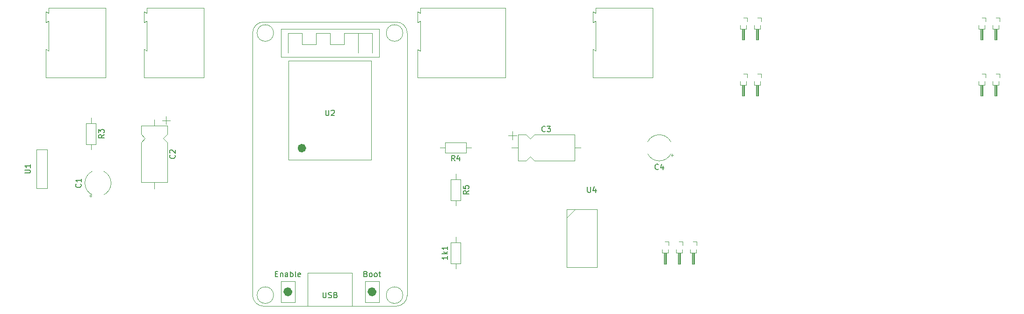
<source format=gbr>
%TF.GenerationSoftware,KiCad,Pcbnew,(5.1.9)-1*%
%TF.CreationDate,2021-04-28T21:34:56-07:00*%
%TF.ProjectId,Senior Project,53656e69-6f72-4205-9072-6f6a6563742e,rev?*%
%TF.SameCoordinates,Original*%
%TF.FileFunction,Legend,Top*%
%TF.FilePolarity,Positive*%
%FSLAX46Y46*%
G04 Gerber Fmt 4.6, Leading zero omitted, Abs format (unit mm)*
G04 Created by KiCad (PCBNEW (5.1.9)-1) date 2021-04-28 21:34:56*
%MOMM*%
%LPD*%
G01*
G04 APERTURE LIST*
%ADD10C,0.120000*%
%ADD11C,0.800000*%
%ADD12C,1.000000*%
%ADD13C,0.150000*%
G04 APERTURE END LIST*
D10*
%TO.C,*%
X179440000Y-122535000D02*
X179440000Y-123160000D01*
X179440000Y-123160000D02*
X178320000Y-123160000D01*
X178320000Y-123160000D02*
X178320000Y-122535000D01*
X179090000Y-123160000D02*
X179090000Y-125160000D01*
X179090000Y-125160000D02*
X178670000Y-125160000D01*
X178670000Y-125160000D02*
X178670000Y-123160000D01*
X179030000Y-123160000D02*
X179030000Y-125160000D01*
X178910000Y-123160000D02*
X178910000Y-125160000D01*
X178790000Y-123160000D02*
X178790000Y-125160000D01*
X178880000Y-121165000D02*
X179565000Y-121165000D01*
X179565000Y-121165000D02*
X179565000Y-121850000D01*
%TO.C,1k1*%
X137510000Y-125110000D02*
X139350000Y-125110000D01*
X139350000Y-125110000D02*
X139350000Y-121270000D01*
X139350000Y-121270000D02*
X137510000Y-121270000D01*
X137510000Y-121270000D02*
X137510000Y-125110000D01*
X138430000Y-126060000D02*
X138430000Y-125110000D01*
X138430000Y-120320000D02*
X138430000Y-121270000D01*
%TO.C,C1*%
X72325000Y-113067288D02*
X72325000Y-112617288D01*
X72100000Y-112842288D02*
X72550000Y-112842288D01*
X72600000Y-108410260D02*
G75*
G03*
X72600000Y-112649741I1060000J-2119740D01*
G01*
X74720000Y-108410260D02*
G75*
G02*
X74720000Y-112649741I-1060000J-2119740D01*
G01*
%TO.C,C2*%
X86020000Y-98420000D02*
X86020000Y-99920000D01*
X86770000Y-99170000D02*
X85270000Y-99170000D01*
X86190000Y-100170000D02*
X81450000Y-100170000D01*
X86190000Y-110410000D02*
X81450000Y-110410000D01*
X86190000Y-100170000D02*
X86190000Y-101670000D01*
X86190000Y-101670000D02*
X85440000Y-102420000D01*
X85440000Y-102420000D02*
X86190000Y-103170000D01*
X86190000Y-103170000D02*
X86190000Y-110410000D01*
X81450000Y-100170000D02*
X81450000Y-101670000D01*
X81450000Y-101670000D02*
X82200000Y-102420000D01*
X82200000Y-102420000D02*
X81450000Y-103170000D01*
X81450000Y-103170000D02*
X81450000Y-110410000D01*
X83820000Y-99030000D02*
X83820000Y-100170000D01*
X83820000Y-111550000D02*
X83820000Y-110410000D01*
%TO.C,C3*%
X161080000Y-104140000D02*
X159940000Y-104140000D01*
X148560000Y-104140000D02*
X149700000Y-104140000D01*
X152700000Y-106510000D02*
X159940000Y-106510000D01*
X151950000Y-105760000D02*
X152700000Y-106510000D01*
X151200000Y-106510000D02*
X151950000Y-105760000D01*
X149700000Y-106510000D02*
X151200000Y-106510000D01*
X152700000Y-101770000D02*
X159940000Y-101770000D01*
X151950000Y-102520000D02*
X152700000Y-101770000D01*
X151200000Y-101770000D02*
X151950000Y-102520000D01*
X149700000Y-101770000D02*
X151200000Y-101770000D01*
X159940000Y-101770000D02*
X159940000Y-106510000D01*
X149700000Y-101770000D02*
X149700000Y-106510000D01*
X148700000Y-101190000D02*
X148700000Y-102690000D01*
X147950000Y-101940000D02*
X149450000Y-101940000D01*
%TO.C,C4*%
X177612288Y-105700000D02*
X177612288Y-105250000D01*
X177837288Y-105475000D02*
X177387288Y-105475000D01*
X173180260Y-103080000D02*
G75*
G02*
X177419741Y-103080000I2119740J-1060000D01*
G01*
X173180260Y-105200000D02*
G75*
G03*
X177419741Y-105200000I2119740J1060000D01*
G01*
%TO.C,*%
X191060000Y-92125000D02*
X191060000Y-92750000D01*
X191060000Y-92750000D02*
X189940000Y-92750000D01*
X189940000Y-92750000D02*
X189940000Y-92125000D01*
X190710000Y-92750000D02*
X190710000Y-94750000D01*
X190710000Y-94750000D02*
X190290000Y-94750000D01*
X190290000Y-94750000D02*
X190290000Y-92750000D01*
X190650000Y-92750000D02*
X190650000Y-94750000D01*
X190530000Y-92750000D02*
X190530000Y-94750000D01*
X190410000Y-92750000D02*
X190410000Y-94750000D01*
X190500000Y-90755000D02*
X191185000Y-90755000D01*
X191185000Y-90755000D02*
X191185000Y-91440000D01*
X75040000Y-91390000D02*
X75040000Y-78790000D01*
X75040000Y-78790000D02*
X64690000Y-78790000D01*
X64690000Y-78790000D02*
X64690000Y-79740000D01*
X64690000Y-79740000D02*
X64190000Y-79490000D01*
X64190000Y-79490000D02*
X64190000Y-81390000D01*
X64190000Y-81390000D02*
X64190000Y-81440000D01*
X64190000Y-81440000D02*
X64690000Y-81190000D01*
X64690000Y-81190000D02*
X64690000Y-86590000D01*
X64690000Y-86590000D02*
X64190000Y-86290000D01*
X64190000Y-86290000D02*
X64190000Y-91390000D01*
X64190000Y-91390000D02*
X75040000Y-91390000D01*
X147430000Y-91390000D02*
X147430000Y-78790000D01*
X147430000Y-78790000D02*
X132030000Y-78790000D01*
X132030000Y-78790000D02*
X132030000Y-79740000D01*
X132030000Y-79740000D02*
X131530000Y-79440000D01*
X131530000Y-79440000D02*
X131530000Y-81440000D01*
X131530000Y-81440000D02*
X132030000Y-81190000D01*
X132030000Y-81190000D02*
X132030000Y-86590000D01*
X132030000Y-86590000D02*
X131530000Y-86340000D01*
X131530000Y-86340000D02*
X131530000Y-91390000D01*
X131530000Y-91390000D02*
X147430000Y-91390000D01*
X174100000Y-91390000D02*
X174100000Y-78790000D01*
X174100000Y-78790000D02*
X163750000Y-78790000D01*
X163750000Y-78790000D02*
X163750000Y-79740000D01*
X163750000Y-79740000D02*
X163250000Y-79490000D01*
X163250000Y-79490000D02*
X163250000Y-81390000D01*
X163250000Y-81390000D02*
X163250000Y-81440000D01*
X163250000Y-81440000D02*
X163750000Y-81190000D01*
X163750000Y-81190000D02*
X163750000Y-86590000D01*
X163750000Y-86590000D02*
X163250000Y-86290000D01*
X163250000Y-86290000D02*
X163250000Y-91390000D01*
X163250000Y-91390000D02*
X174100000Y-91390000D01*
X92820000Y-91390000D02*
X92820000Y-78790000D01*
X92820000Y-78790000D02*
X82470000Y-78790000D01*
X82470000Y-78790000D02*
X82470000Y-79740000D01*
X82470000Y-79740000D02*
X81970000Y-79490000D01*
X81970000Y-79490000D02*
X81970000Y-81390000D01*
X81970000Y-81390000D02*
X81970000Y-81440000D01*
X81970000Y-81440000D02*
X82470000Y-81190000D01*
X82470000Y-81190000D02*
X82470000Y-86590000D01*
X82470000Y-86590000D02*
X81970000Y-86290000D01*
X81970000Y-86290000D02*
X81970000Y-91390000D01*
X81970000Y-91390000D02*
X92820000Y-91390000D01*
X234365000Y-80595000D02*
X234365000Y-81280000D01*
X233680000Y-80595000D02*
X234365000Y-80595000D01*
X233590000Y-82590000D02*
X233590000Y-84590000D01*
X233710000Y-82590000D02*
X233710000Y-84590000D01*
X233830000Y-82590000D02*
X233830000Y-84590000D01*
X233470000Y-84590000D02*
X233470000Y-82590000D01*
X233890000Y-84590000D02*
X233470000Y-84590000D01*
X233890000Y-82590000D02*
X233890000Y-84590000D01*
X233120000Y-82590000D02*
X233120000Y-81965000D01*
X234240000Y-82590000D02*
X233120000Y-82590000D01*
X234240000Y-81965000D02*
X234240000Y-82590000D01*
X193600000Y-81965000D02*
X193600000Y-82590000D01*
X193600000Y-82590000D02*
X192480000Y-82590000D01*
X192480000Y-82590000D02*
X192480000Y-81965000D01*
X193250000Y-82590000D02*
X193250000Y-84590000D01*
X193250000Y-84590000D02*
X192830000Y-84590000D01*
X192830000Y-84590000D02*
X192830000Y-82590000D01*
X193190000Y-82590000D02*
X193190000Y-84590000D01*
X193070000Y-82590000D02*
X193070000Y-84590000D01*
X192950000Y-82590000D02*
X192950000Y-84590000D01*
X193040000Y-80595000D02*
X193725000Y-80595000D01*
X193725000Y-80595000D02*
X193725000Y-81280000D01*
X181980000Y-122535000D02*
X181980000Y-123160000D01*
X181980000Y-123160000D02*
X180860000Y-123160000D01*
X180860000Y-123160000D02*
X180860000Y-122535000D01*
X181630000Y-123160000D02*
X181630000Y-125160000D01*
X181630000Y-125160000D02*
X181210000Y-125160000D01*
X181210000Y-125160000D02*
X181210000Y-123160000D01*
X181570000Y-123160000D02*
X181570000Y-125160000D01*
X181450000Y-123160000D02*
X181450000Y-125160000D01*
X181330000Y-123160000D02*
X181330000Y-125160000D01*
X181420000Y-121165000D02*
X182105000Y-121165000D01*
X182105000Y-121165000D02*
X182105000Y-121850000D01*
X177025000Y-121165000D02*
X177025000Y-121850000D01*
X176340000Y-121165000D02*
X177025000Y-121165000D01*
X176250000Y-123160000D02*
X176250000Y-125160000D01*
X176370000Y-123160000D02*
X176370000Y-125160000D01*
X176490000Y-123160000D02*
X176490000Y-125160000D01*
X176130000Y-125160000D02*
X176130000Y-123160000D01*
X176550000Y-125160000D02*
X176130000Y-125160000D01*
X176550000Y-123160000D02*
X176550000Y-125160000D01*
X175780000Y-123160000D02*
X175780000Y-122535000D01*
X176900000Y-123160000D02*
X175780000Y-123160000D01*
X176900000Y-122535000D02*
X176900000Y-123160000D01*
%TO.C,R3*%
X72390000Y-104470000D02*
X72390000Y-103520000D01*
X72390000Y-98730000D02*
X72390000Y-99680000D01*
X73310000Y-103520000D02*
X73310000Y-99680000D01*
X71470000Y-103520000D02*
X73310000Y-103520000D01*
X71470000Y-99680000D02*
X71470000Y-103520000D01*
X73310000Y-99680000D02*
X71470000Y-99680000D01*
%TO.C,R4*%
X140350000Y-105060000D02*
X140350000Y-103220000D01*
X140350000Y-103220000D02*
X136510000Y-103220000D01*
X136510000Y-103220000D02*
X136510000Y-105060000D01*
X136510000Y-105060000D02*
X140350000Y-105060000D01*
X141300000Y-104140000D02*
X140350000Y-104140000D01*
X135560000Y-104140000D02*
X136510000Y-104140000D01*
%TO.C,R5*%
X138430000Y-114630000D02*
X138430000Y-113680000D01*
X138430000Y-108890000D02*
X138430000Y-109840000D01*
X139350000Y-113680000D02*
X139350000Y-109840000D01*
X137510000Y-113680000D02*
X139350000Y-113680000D01*
X137510000Y-109840000D02*
X137510000Y-113680000D01*
X139350000Y-109840000D02*
X137510000Y-109840000D01*
%TO.C,U1*%
X63500000Y-111450000D02*
X64500000Y-111450000D01*
X64500000Y-111450000D02*
X64500000Y-104450000D01*
X64500000Y-104450000D02*
X62500000Y-104450000D01*
X62500000Y-104450000D02*
X62500000Y-111450000D01*
X62500000Y-111450000D02*
X63500000Y-111450000D01*
%TO.C,U2*%
X105460001Y-83340001D02*
G75*
G03*
X105460001Y-83340001I-1500000J0D01*
G01*
X128860001Y-83340001D02*
G75*
G03*
X128860001Y-83340001I-1500000J0D01*
G01*
X129660001Y-130840001D02*
X129660001Y-83340001D01*
X101660001Y-83340001D02*
X101660001Y-130840001D01*
X103660001Y-132840001D02*
X127660001Y-132840001D01*
X103660001Y-81340001D02*
X127660001Y-81340001D01*
X105460001Y-130840001D02*
G75*
G03*
X105460001Y-130840001I-1500000J0D01*
G01*
X128860001Y-130840001D02*
G75*
G03*
X128860001Y-130840001I-1500000J0D01*
G01*
X111660001Y-126840001D02*
X111660001Y-132840001D01*
X119660001Y-126840001D02*
X119660001Y-132840001D01*
X111660001Y-126840001D02*
X119660001Y-126840001D01*
X106770001Y-82610001D02*
X124550001Y-82610001D01*
X124550001Y-82610001D02*
X124550001Y-87690001D01*
X124550001Y-87690001D02*
X106770001Y-87690001D01*
X106770001Y-87690001D02*
X106770001Y-82610001D01*
X108040001Y-86928001D02*
X108040001Y-83372001D01*
X108040001Y-83372001D02*
X110580001Y-83372001D01*
X110580001Y-83372001D02*
X110580001Y-85404001D01*
X110580001Y-85404001D02*
X113120001Y-85404001D01*
X113120001Y-85404001D02*
X113120001Y-83372001D01*
X113120001Y-83372001D02*
X115660001Y-83372001D01*
X115660001Y-83372001D02*
X115660001Y-85404001D01*
X115660001Y-85404001D02*
X118200001Y-85404001D01*
X118200001Y-85404001D02*
X118200001Y-83372001D01*
X118200001Y-83372001D02*
X123280001Y-83372001D01*
X123280001Y-83372001D02*
X123280001Y-86928001D01*
X120740001Y-83372001D02*
X120740001Y-86928001D01*
X108160001Y-88340001D02*
X123160001Y-88340001D01*
X123160001Y-88340001D02*
X123160001Y-106340001D01*
X123160001Y-106340001D02*
X108160001Y-106340001D01*
X108160001Y-106340001D02*
X108160001Y-88340001D01*
D11*
X110980001Y-104200001D02*
G75*
G03*
X110980001Y-104200001I-400000J0D01*
G01*
D10*
X122010001Y-128330001D02*
X124550001Y-128330001D01*
X124550001Y-128330001D02*
X124550001Y-132140001D01*
X124550001Y-132140001D02*
X122010001Y-132140001D01*
X122010001Y-132140001D02*
X122010001Y-128330001D01*
X109310001Y-132140001D02*
X106770001Y-132140001D01*
X106770001Y-132140001D02*
X106770001Y-128330001D01*
X106770001Y-128330001D02*
X109310001Y-128330001D01*
X109310001Y-128330001D02*
X109310001Y-132140001D01*
D12*
X108340001Y-130235001D02*
G75*
G03*
X108340001Y-130235001I-300000J0D01*
G01*
X123580001Y-130235001D02*
G75*
G03*
X123580001Y-130235001I-300000J0D01*
G01*
D10*
X129660001Y-130840001D02*
G75*
G02*
X127660001Y-132840001I-2000000J0D01*
G01*
X103660001Y-132840001D02*
G75*
G02*
X101660001Y-130840001I0J2000000D01*
G01*
X101660001Y-83340001D02*
G75*
G02*
X103660001Y-81340001I2000000J0D01*
G01*
X127660001Y-81340001D02*
G75*
G02*
X129660001Y-83340001I0J-2000000D01*
G01*
%TO.C,U4*%
X158560000Y-115300000D02*
X158560000Y-125800000D01*
X158560000Y-125800000D02*
X164060000Y-125800000D01*
X164060000Y-125800000D02*
X164060000Y-115300000D01*
X164060000Y-115300000D02*
X158560000Y-115300000D01*
X158560000Y-116800000D02*
X160060000Y-115300000D01*
%TO.C,*%
X191060000Y-81965000D02*
X191060000Y-82590000D01*
X191060000Y-82590000D02*
X189940000Y-82590000D01*
X189940000Y-82590000D02*
X189940000Y-81965000D01*
X190710000Y-82590000D02*
X190710000Y-84590000D01*
X190710000Y-84590000D02*
X190290000Y-84590000D01*
X190290000Y-84590000D02*
X190290000Y-82590000D01*
X190650000Y-82590000D02*
X190650000Y-84590000D01*
X190530000Y-82590000D02*
X190530000Y-84590000D01*
X190410000Y-82590000D02*
X190410000Y-84590000D01*
X190500000Y-80595000D02*
X191185000Y-80595000D01*
X191185000Y-80595000D02*
X191185000Y-81280000D01*
X234365000Y-90755000D02*
X234365000Y-91440000D01*
X233680000Y-90755000D02*
X234365000Y-90755000D01*
X233590000Y-92750000D02*
X233590000Y-94750000D01*
X233710000Y-92750000D02*
X233710000Y-94750000D01*
X233830000Y-92750000D02*
X233830000Y-94750000D01*
X233470000Y-94750000D02*
X233470000Y-92750000D01*
X233890000Y-94750000D02*
X233470000Y-94750000D01*
X233890000Y-92750000D02*
X233890000Y-94750000D01*
X233120000Y-92750000D02*
X233120000Y-92125000D01*
X234240000Y-92750000D02*
X233120000Y-92750000D01*
X234240000Y-92125000D02*
X234240000Y-92750000D01*
X193600000Y-92125000D02*
X193600000Y-92750000D01*
X193600000Y-92750000D02*
X192480000Y-92750000D01*
X192480000Y-92750000D02*
X192480000Y-92125000D01*
X193250000Y-92750000D02*
X193250000Y-94750000D01*
X193250000Y-94750000D02*
X192830000Y-94750000D01*
X192830000Y-94750000D02*
X192830000Y-92750000D01*
X193190000Y-92750000D02*
X193190000Y-94750000D01*
X193070000Y-92750000D02*
X193070000Y-94750000D01*
X192950000Y-92750000D02*
X192950000Y-94750000D01*
X193040000Y-90755000D02*
X193725000Y-90755000D01*
X193725000Y-90755000D02*
X193725000Y-91440000D01*
X236905000Y-80595000D02*
X236905000Y-81280000D01*
X236220000Y-80595000D02*
X236905000Y-80595000D01*
X236130000Y-82590000D02*
X236130000Y-84590000D01*
X236250000Y-82590000D02*
X236250000Y-84590000D01*
X236370000Y-82590000D02*
X236370000Y-84590000D01*
X236010000Y-84590000D02*
X236010000Y-82590000D01*
X236430000Y-84590000D02*
X236010000Y-84590000D01*
X236430000Y-82590000D02*
X236430000Y-84590000D01*
X235660000Y-82590000D02*
X235660000Y-81965000D01*
X236780000Y-82590000D02*
X235660000Y-82590000D01*
X236780000Y-81965000D02*
X236780000Y-82590000D01*
X236780000Y-92125000D02*
X236780000Y-92750000D01*
X236780000Y-92750000D02*
X235660000Y-92750000D01*
X235660000Y-92750000D02*
X235660000Y-92125000D01*
X236430000Y-92750000D02*
X236430000Y-94750000D01*
X236430000Y-94750000D02*
X236010000Y-94750000D01*
X236010000Y-94750000D02*
X236010000Y-92750000D01*
X236370000Y-92750000D02*
X236370000Y-94750000D01*
X236250000Y-92750000D02*
X236250000Y-94750000D01*
X236130000Y-92750000D02*
X236130000Y-94750000D01*
X236220000Y-90755000D02*
X236905000Y-90755000D01*
X236905000Y-90755000D02*
X236905000Y-91440000D01*
D13*
%TO.C,1k1*%
X136962380Y-123785238D02*
X136962380Y-124356666D01*
X136962380Y-124070952D02*
X135962380Y-124070952D01*
X136105238Y-124166190D01*
X136200476Y-124261428D01*
X136248095Y-124356666D01*
X136962380Y-123356666D02*
X135962380Y-123356666D01*
X136581428Y-123261428D02*
X136962380Y-122975714D01*
X136295714Y-122975714D02*
X136676666Y-123356666D01*
X136962380Y-122023333D02*
X136962380Y-122594761D01*
X136962380Y-122309047D02*
X135962380Y-122309047D01*
X136105238Y-122404285D01*
X136200476Y-122499523D01*
X136248095Y-122594761D01*
%TO.C,C1*%
X70517142Y-110696666D02*
X70564761Y-110744285D01*
X70612380Y-110887142D01*
X70612380Y-110982380D01*
X70564761Y-111125238D01*
X70469523Y-111220476D01*
X70374285Y-111268095D01*
X70183809Y-111315714D01*
X70040952Y-111315714D01*
X69850476Y-111268095D01*
X69755238Y-111220476D01*
X69660000Y-111125238D01*
X69612380Y-110982380D01*
X69612380Y-110887142D01*
X69660000Y-110744285D01*
X69707619Y-110696666D01*
X70612380Y-109744285D02*
X70612380Y-110315714D01*
X70612380Y-110030000D02*
X69612380Y-110030000D01*
X69755238Y-110125238D01*
X69850476Y-110220476D01*
X69898095Y-110315714D01*
%TO.C,C2*%
X87547142Y-105456666D02*
X87594761Y-105504285D01*
X87642380Y-105647142D01*
X87642380Y-105742380D01*
X87594761Y-105885238D01*
X87499523Y-105980476D01*
X87404285Y-106028095D01*
X87213809Y-106075714D01*
X87070952Y-106075714D01*
X86880476Y-106028095D01*
X86785238Y-105980476D01*
X86690000Y-105885238D01*
X86642380Y-105742380D01*
X86642380Y-105647142D01*
X86690000Y-105504285D01*
X86737619Y-105456666D01*
X86737619Y-105075714D02*
X86690000Y-105028095D01*
X86642380Y-104932857D01*
X86642380Y-104694761D01*
X86690000Y-104599523D01*
X86737619Y-104551904D01*
X86832857Y-104504285D01*
X86928095Y-104504285D01*
X87070952Y-104551904D01*
X87642380Y-105123333D01*
X87642380Y-104504285D01*
%TO.C,C3*%
X154653333Y-101127142D02*
X154605714Y-101174761D01*
X154462857Y-101222380D01*
X154367619Y-101222380D01*
X154224761Y-101174761D01*
X154129523Y-101079523D01*
X154081904Y-100984285D01*
X154034285Y-100793809D01*
X154034285Y-100650952D01*
X154081904Y-100460476D01*
X154129523Y-100365238D01*
X154224761Y-100270000D01*
X154367619Y-100222380D01*
X154462857Y-100222380D01*
X154605714Y-100270000D01*
X154653333Y-100317619D01*
X154986666Y-100222380D02*
X155605714Y-100222380D01*
X155272380Y-100603333D01*
X155415238Y-100603333D01*
X155510476Y-100650952D01*
X155558095Y-100698571D01*
X155605714Y-100793809D01*
X155605714Y-101031904D01*
X155558095Y-101127142D01*
X155510476Y-101174761D01*
X155415238Y-101222380D01*
X155129523Y-101222380D01*
X155034285Y-101174761D01*
X154986666Y-101127142D01*
%TO.C,C4*%
X175133333Y-107997142D02*
X175085714Y-108044761D01*
X174942857Y-108092380D01*
X174847619Y-108092380D01*
X174704761Y-108044761D01*
X174609523Y-107949523D01*
X174561904Y-107854285D01*
X174514285Y-107663809D01*
X174514285Y-107520952D01*
X174561904Y-107330476D01*
X174609523Y-107235238D01*
X174704761Y-107140000D01*
X174847619Y-107092380D01*
X174942857Y-107092380D01*
X175085714Y-107140000D01*
X175133333Y-107187619D01*
X175990476Y-107425714D02*
X175990476Y-108092380D01*
X175752380Y-107044761D02*
X175514285Y-107759047D01*
X176133333Y-107759047D01*
%TO.C,*%
%TO.C,R3*%
X74762380Y-101766666D02*
X74286190Y-102100000D01*
X74762380Y-102338095D02*
X73762380Y-102338095D01*
X73762380Y-101957142D01*
X73810000Y-101861904D01*
X73857619Y-101814285D01*
X73952857Y-101766666D01*
X74095714Y-101766666D01*
X74190952Y-101814285D01*
X74238571Y-101861904D01*
X74286190Y-101957142D01*
X74286190Y-102338095D01*
X73762380Y-101433333D02*
X73762380Y-100814285D01*
X74143333Y-101147619D01*
X74143333Y-101004761D01*
X74190952Y-100909523D01*
X74238571Y-100861904D01*
X74333809Y-100814285D01*
X74571904Y-100814285D01*
X74667142Y-100861904D01*
X74714761Y-100909523D01*
X74762380Y-101004761D01*
X74762380Y-101290476D01*
X74714761Y-101385714D01*
X74667142Y-101433333D01*
%TO.C,R4*%
X138263333Y-106512380D02*
X137930000Y-106036190D01*
X137691904Y-106512380D02*
X137691904Y-105512380D01*
X138072857Y-105512380D01*
X138168095Y-105560000D01*
X138215714Y-105607619D01*
X138263333Y-105702857D01*
X138263333Y-105845714D01*
X138215714Y-105940952D01*
X138168095Y-105988571D01*
X138072857Y-106036190D01*
X137691904Y-106036190D01*
X139120476Y-105845714D02*
X139120476Y-106512380D01*
X138882380Y-105464761D02*
X138644285Y-106179047D01*
X139263333Y-106179047D01*
%TO.C,R5*%
X140802380Y-111926666D02*
X140326190Y-112260000D01*
X140802380Y-112498095D02*
X139802380Y-112498095D01*
X139802380Y-112117142D01*
X139850000Y-112021904D01*
X139897619Y-111974285D01*
X139992857Y-111926666D01*
X140135714Y-111926666D01*
X140230952Y-111974285D01*
X140278571Y-112021904D01*
X140326190Y-112117142D01*
X140326190Y-112498095D01*
X139802380Y-111021904D02*
X139802380Y-111498095D01*
X140278571Y-111545714D01*
X140230952Y-111498095D01*
X140183333Y-111402857D01*
X140183333Y-111164761D01*
X140230952Y-111069523D01*
X140278571Y-111021904D01*
X140373809Y-110974285D01*
X140611904Y-110974285D01*
X140707142Y-111021904D01*
X140754761Y-111069523D01*
X140802380Y-111164761D01*
X140802380Y-111402857D01*
X140754761Y-111498095D01*
X140707142Y-111545714D01*
%TO.C,U1*%
X60412380Y-108711904D02*
X61221904Y-108711904D01*
X61317142Y-108664285D01*
X61364761Y-108616666D01*
X61412380Y-108521428D01*
X61412380Y-108330952D01*
X61364761Y-108235714D01*
X61317142Y-108188095D01*
X61221904Y-108140476D01*
X60412380Y-108140476D01*
X61412380Y-107140476D02*
X61412380Y-107711904D01*
X61412380Y-107426190D02*
X60412380Y-107426190D01*
X60555238Y-107521428D01*
X60650476Y-107616666D01*
X60698095Y-107711904D01*
%TO.C,U2*%
X114898096Y-97302381D02*
X114898096Y-98111905D01*
X114945715Y-98207143D01*
X114993334Y-98254762D01*
X115088572Y-98302381D01*
X115279048Y-98302381D01*
X115374286Y-98254762D01*
X115421905Y-98207143D01*
X115469524Y-98111905D01*
X115469524Y-97302381D01*
X115898096Y-97397620D02*
X115945715Y-97350001D01*
X116040953Y-97302381D01*
X116279048Y-97302381D01*
X116374286Y-97350001D01*
X116421905Y-97397620D01*
X116469524Y-97492858D01*
X116469524Y-97588096D01*
X116421905Y-97730953D01*
X115850477Y-98302381D01*
X116469524Y-98302381D01*
X105778096Y-126988572D02*
X106111429Y-126988572D01*
X106254286Y-127512381D02*
X105778096Y-127512381D01*
X105778096Y-126512381D01*
X106254286Y-126512381D01*
X106682858Y-126845715D02*
X106682858Y-127512381D01*
X106682858Y-126940953D02*
X106730477Y-126893334D01*
X106825715Y-126845715D01*
X106968572Y-126845715D01*
X107063810Y-126893334D01*
X107111429Y-126988572D01*
X107111429Y-127512381D01*
X108016191Y-127512381D02*
X108016191Y-126988572D01*
X107968572Y-126893334D01*
X107873334Y-126845715D01*
X107682858Y-126845715D01*
X107587620Y-126893334D01*
X108016191Y-127464762D02*
X107920953Y-127512381D01*
X107682858Y-127512381D01*
X107587620Y-127464762D01*
X107540001Y-127369524D01*
X107540001Y-127274286D01*
X107587620Y-127179048D01*
X107682858Y-127131429D01*
X107920953Y-127131429D01*
X108016191Y-127083810D01*
X108492381Y-127512381D02*
X108492381Y-126512381D01*
X108492381Y-126893334D02*
X108587620Y-126845715D01*
X108778096Y-126845715D01*
X108873334Y-126893334D01*
X108920953Y-126940953D01*
X108968572Y-127036191D01*
X108968572Y-127321905D01*
X108920953Y-127417143D01*
X108873334Y-127464762D01*
X108778096Y-127512381D01*
X108587620Y-127512381D01*
X108492381Y-127464762D01*
X109540001Y-127512381D02*
X109444762Y-127464762D01*
X109397143Y-127369524D01*
X109397143Y-126512381D01*
X110301905Y-127464762D02*
X110206667Y-127512381D01*
X110016191Y-127512381D01*
X109920953Y-127464762D01*
X109873334Y-127369524D01*
X109873334Y-126988572D01*
X109920953Y-126893334D01*
X110016191Y-126845715D01*
X110206667Y-126845715D01*
X110301905Y-126893334D01*
X110349524Y-126988572D01*
X110349524Y-127083810D01*
X109873334Y-127179048D01*
X122160953Y-126988572D02*
X122303810Y-127036191D01*
X122351429Y-127083810D01*
X122399048Y-127179048D01*
X122399048Y-127321905D01*
X122351429Y-127417143D01*
X122303810Y-127464762D01*
X122208572Y-127512381D01*
X121827620Y-127512381D01*
X121827620Y-126512381D01*
X122160953Y-126512381D01*
X122256191Y-126560001D01*
X122303810Y-126607620D01*
X122351429Y-126702858D01*
X122351429Y-126798096D01*
X122303810Y-126893334D01*
X122256191Y-126940953D01*
X122160953Y-126988572D01*
X121827620Y-126988572D01*
X122970477Y-127512381D02*
X122875239Y-127464762D01*
X122827620Y-127417143D01*
X122780001Y-127321905D01*
X122780001Y-127036191D01*
X122827620Y-126940953D01*
X122875239Y-126893334D01*
X122970477Y-126845715D01*
X123113334Y-126845715D01*
X123208572Y-126893334D01*
X123256191Y-126940953D01*
X123303810Y-127036191D01*
X123303810Y-127321905D01*
X123256191Y-127417143D01*
X123208572Y-127464762D01*
X123113334Y-127512381D01*
X122970477Y-127512381D01*
X123875239Y-127512381D02*
X123780001Y-127464762D01*
X123732381Y-127417143D01*
X123684762Y-127321905D01*
X123684762Y-127036191D01*
X123732381Y-126940953D01*
X123780001Y-126893334D01*
X123875239Y-126845715D01*
X124018096Y-126845715D01*
X124113334Y-126893334D01*
X124160953Y-126940953D01*
X124208572Y-127036191D01*
X124208572Y-127321905D01*
X124160953Y-127417143D01*
X124113334Y-127464762D01*
X124018096Y-127512381D01*
X123875239Y-127512381D01*
X124494286Y-126845715D02*
X124875239Y-126845715D01*
X124637143Y-126512381D02*
X124637143Y-127369524D01*
X124684762Y-127464762D01*
X124780001Y-127512381D01*
X124875239Y-127512381D01*
X114398096Y-130322381D02*
X114398096Y-131131905D01*
X114445715Y-131227143D01*
X114493334Y-131274762D01*
X114588572Y-131322381D01*
X114779048Y-131322381D01*
X114874286Y-131274762D01*
X114921905Y-131227143D01*
X114969524Y-131131905D01*
X114969524Y-130322381D01*
X115398096Y-131274762D02*
X115540953Y-131322381D01*
X115779048Y-131322381D01*
X115874286Y-131274762D01*
X115921905Y-131227143D01*
X115969524Y-131131905D01*
X115969524Y-131036667D01*
X115921905Y-130941429D01*
X115874286Y-130893810D01*
X115779048Y-130846191D01*
X115588572Y-130798572D01*
X115493334Y-130750953D01*
X115445715Y-130703334D01*
X115398096Y-130608096D01*
X115398096Y-130512858D01*
X115445715Y-130417620D01*
X115493334Y-130370001D01*
X115588572Y-130322381D01*
X115826667Y-130322381D01*
X115969524Y-130370001D01*
X116731429Y-130798572D02*
X116874286Y-130846191D01*
X116921905Y-130893810D01*
X116969524Y-130989048D01*
X116969524Y-131131905D01*
X116921905Y-131227143D01*
X116874286Y-131274762D01*
X116779048Y-131322381D01*
X116398096Y-131322381D01*
X116398096Y-130322381D01*
X116731429Y-130322381D01*
X116826667Y-130370001D01*
X116874286Y-130417620D01*
X116921905Y-130512858D01*
X116921905Y-130608096D01*
X116874286Y-130703334D01*
X116826667Y-130750953D01*
X116731429Y-130798572D01*
X116398096Y-130798572D01*
%TO.C,U4*%
X162298095Y-111212380D02*
X162298095Y-112021904D01*
X162345714Y-112117142D01*
X162393333Y-112164761D01*
X162488571Y-112212380D01*
X162679047Y-112212380D01*
X162774285Y-112164761D01*
X162821904Y-112117142D01*
X162869523Y-112021904D01*
X162869523Y-111212380D01*
X163774285Y-111545714D02*
X163774285Y-112212380D01*
X163536190Y-111164761D02*
X163298095Y-111879047D01*
X163917142Y-111879047D01*
%TO.C,*%
%TD*%
M02*

</source>
